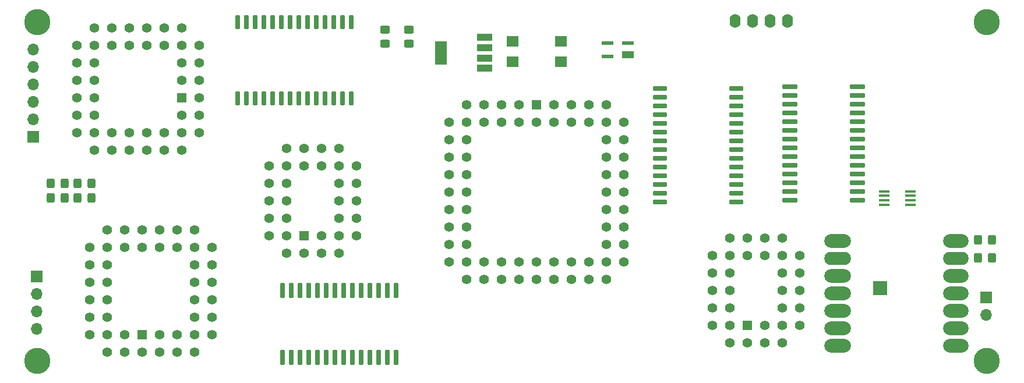
<source format=gts>
G04 #@! TF.GenerationSoftware,KiCad,Pcbnew,(7.0.0)*
G04 #@! TF.CreationDate,2023-02-28T23:09:26-06:00*
G04 #@! TF.ProjectId,MCD,4d43442e-6b69-4636-9164-5f7063625858,rev?*
G04 #@! TF.SameCoordinates,Original*
G04 #@! TF.FileFunction,Soldermask,Top*
G04 #@! TF.FilePolarity,Negative*
%FSLAX46Y46*%
G04 Gerber Fmt 4.6, Leading zero omitted, Abs format (unit mm)*
G04 Created by KiCad (PCBNEW (7.0.0)) date 2023-02-28 23:09:26*
%MOMM*%
%LPD*%
G01*
G04 APERTURE LIST*
G04 Aperture macros list*
%AMRoundRect*
0 Rectangle with rounded corners*
0 $1 Rounding radius*
0 $2 $3 $4 $5 $6 $7 $8 $9 X,Y pos of 4 corners*
0 Add a 4 corners polygon primitive as box body*
4,1,4,$2,$3,$4,$5,$6,$7,$8,$9,$2,$3,0*
0 Add four circle primitives for the rounded corners*
1,1,$1+$1,$2,$3*
1,1,$1+$1,$4,$5*
1,1,$1+$1,$6,$7*
1,1,$1+$1,$8,$9*
0 Add four rect primitives between the rounded corners*
20,1,$1+$1,$2,$3,$4,$5,0*
20,1,$1+$1,$4,$5,$6,$7,0*
20,1,$1+$1,$6,$7,$8,$9,0*
20,1,$1+$1,$8,$9,$2,$3,0*%
G04 Aperture macros list end*
%ADD10R,1.422400X1.422400*%
%ADD11C,1.422400*%
%ADD12RoundRect,0.250000X-0.325000X-0.450000X0.325000X-0.450000X0.325000X0.450000X-0.325000X0.450000X0*%
%ADD13C,3.800000*%
%ADD14R,2.000000X2.000000*%
%ADD15RoundRect,0.250000X0.325000X0.450000X-0.325000X0.450000X-0.325000X-0.450000X0.325000X-0.450000X0*%
%ADD16R,1.700000X1.700000*%
%ADD17O,1.700000X1.700000*%
%ADD18R,1.800000X1.500000*%
%ADD19RoundRect,0.150000X0.150000X-0.907500X0.150000X0.907500X-0.150000X0.907500X-0.150000X-0.907500X0*%
%ADD20RoundRect,0.156250X0.156250X-0.901250X0.156250X0.901250X-0.156250X0.901250X-0.156250X-0.901250X0*%
%ADD21R,1.600000X0.400000*%
%ADD22RoundRect,0.150000X0.150000X-0.975000X0.150000X0.975000X-0.150000X0.975000X-0.150000X-0.975000X0*%
%ADD23RoundRect,0.156250X0.156250X-0.968750X0.156250X0.968750X-0.156250X0.968750X-0.156250X-0.968750X0*%
%ADD24RoundRect,0.151250X0.151250X-0.973750X0.151250X0.973750X-0.151250X0.973750X-0.151250X-0.973750X0*%
%ADD25RoundRect,0.250000X0.450000X-0.325000X0.450000X0.325000X-0.450000X0.325000X-0.450000X-0.325000X0*%
%ADD26R,2.200000X1.000000*%
%ADD27R,1.800000X3.400000*%
%ADD28RoundRect,0.150000X-0.907500X-0.150000X0.907500X-0.150000X0.907500X0.150000X-0.907500X0.150000X0*%
%ADD29RoundRect,0.156250X-0.901250X-0.156250X0.901250X-0.156250X0.901250X0.156250X-0.901250X0.156250X0*%
%ADD30R,1.700000X1.000000*%
%ADD31R,1.700000X0.600000*%
%ADD32RoundRect,0.150000X-0.975000X-0.150000X0.975000X-0.150000X0.975000X0.150000X-0.975000X0.150000X0*%
%ADD33RoundRect,0.156250X-0.968750X-0.156250X0.968750X-0.156250X0.968750X0.156250X-0.968750X0.156250X0*%
%ADD34RoundRect,0.151250X-0.973750X-0.151250X0.973750X-0.151250X0.973750X0.151250X-0.973750X0.151250X0*%
%ADD35O,1.600000X2.000000*%
%ADD36RoundRect,1.000000X0.855000X0.000000X-0.855000X0.000000X-0.855000X0.000000X0.855000X0.000000X0*%
%ADD37RoundRect,0.960000X0.895000X0.000000X-0.895000X0.000000X-0.895000X0.000000X0.895000X0.000000X0*%
%ADD38RoundRect,1.000000X0.937500X0.000000X-0.937500X0.000000X-0.937500X0.000000X0.937500X0.000000X0*%
%ADD39RoundRect,0.960000X0.977500X0.000000X-0.977500X0.000000X-0.977500X0.000000X0.977500X0.000000X0*%
%ADD40RoundRect,0.980000X0.957500X0.000000X-0.957500X0.000000X-0.957500X0.000000X0.957500X0.000000X0*%
G04 APERTURE END LIST*
D10*
X185119999Y-128259999D03*
D11*
X187660000Y-130800000D03*
X187660000Y-128260000D03*
X190200000Y-130800000D03*
X192740000Y-128260000D03*
X190200000Y-128260000D03*
X192740000Y-125720000D03*
X190200000Y-125720000D03*
X192740000Y-123180000D03*
X190200000Y-123180000D03*
X192740000Y-120640000D03*
X190200000Y-120640000D03*
X192740000Y-118100000D03*
X190200000Y-115560000D03*
X190200000Y-118100000D03*
X187660000Y-115560000D03*
X187660000Y-118100000D03*
X185120000Y-115560000D03*
X185120000Y-118100000D03*
X182580000Y-115560000D03*
X180040000Y-118100000D03*
X182580000Y-118100000D03*
X180040000Y-120640000D03*
X182580000Y-120640000D03*
X180040000Y-123180000D03*
X182580000Y-123180000D03*
X180040000Y-125720000D03*
X182580000Y-125720000D03*
X180040000Y-128260000D03*
X182580000Y-130800000D03*
X182580000Y-128260000D03*
X185120000Y-130800000D03*
D12*
X218600000Y-115800000D03*
X220650000Y-115800000D03*
D13*
X81900000Y-84100000D03*
X219900000Y-84100000D03*
D14*
X204399999Y-122799999D03*
D11*
X157000000Y-98680000D03*
X157000000Y-96140000D03*
X159540000Y-98680000D03*
X159540000Y-96140000D03*
X162080000Y-98680000D03*
X162080000Y-96140000D03*
X164620000Y-98680000D03*
X164620000Y-96140000D03*
X167160000Y-98680000D03*
X164620000Y-101220000D03*
X167160000Y-101220000D03*
X164620000Y-103760000D03*
X167160000Y-103760000D03*
X164620000Y-106300000D03*
X167160000Y-106300000D03*
X164620000Y-108840000D03*
X167160000Y-108840000D03*
X164620000Y-111380000D03*
X167160000Y-111380000D03*
X164620000Y-113920000D03*
X167160000Y-113920000D03*
X164620000Y-116460000D03*
X167160000Y-116460000D03*
X164620000Y-119000000D03*
X167160000Y-119000000D03*
X164620000Y-121540000D03*
X162080000Y-119000000D03*
X162080000Y-121540000D03*
X159540000Y-119000000D03*
X159540000Y-121540000D03*
X157000000Y-119000000D03*
X157000000Y-121540000D03*
X154460000Y-119000000D03*
X154460000Y-121540000D03*
X151920000Y-119000000D03*
X151920000Y-121540000D03*
X149380000Y-119000000D03*
X149380000Y-121540000D03*
X146840000Y-119000000D03*
X146840000Y-121540000D03*
X144300000Y-119000000D03*
X144300000Y-121540000D03*
X141760000Y-119000000D03*
X144300000Y-116460000D03*
X141760000Y-116460000D03*
X144300000Y-113920000D03*
X141760000Y-113920000D03*
X144300000Y-111380000D03*
X141760000Y-111380000D03*
X144300000Y-108840000D03*
X141760000Y-108840000D03*
X144300000Y-106300000D03*
X141760000Y-106300000D03*
X144300000Y-103760000D03*
X141760000Y-103760000D03*
X144300000Y-101220000D03*
X141760000Y-101220000D03*
X144300000Y-98680000D03*
X141760000Y-98680000D03*
X144300000Y-96140000D03*
X146840000Y-98680000D03*
X146840000Y-96140000D03*
X149380000Y-98680000D03*
X149380000Y-96140000D03*
X151920000Y-98680000D03*
X151920000Y-96140000D03*
X154460000Y-98680000D03*
D10*
X154459999Y-96139999D03*
D15*
X87700000Y-109700000D03*
X89750000Y-109700000D03*
D16*
X219799999Y-124199999D03*
D17*
X219799999Y-126739999D03*
D18*
X157999999Y-89899999D03*
X150999999Y-89899999D03*
X157999999Y-86899999D03*
X150999999Y-86899999D03*
D19*
X110958000Y-95256000D03*
X112228000Y-95256000D03*
X113498000Y-95256000D03*
X114768000Y-95256000D03*
X116038000Y-95256000D03*
X117308000Y-95256000D03*
X118578000Y-95256000D03*
X119848000Y-95256000D03*
X121118000Y-95256000D03*
D20*
X122400500Y-95256000D03*
D19*
X123658000Y-95256000D03*
X124928000Y-95256000D03*
X126198000Y-95256000D03*
X127468000Y-95256000D03*
X127468000Y-84141000D03*
X126198000Y-84141000D03*
X124928000Y-84141000D03*
X123658000Y-84141000D03*
D20*
X122400500Y-84141000D03*
D19*
X121118000Y-84141000D03*
X119848000Y-84141000D03*
X118578000Y-84141000D03*
X117308000Y-84141000D03*
X116038000Y-84141000D03*
X114768000Y-84141000D03*
X113498000Y-84141000D03*
X112228000Y-84141000D03*
X110958000Y-84141000D03*
D16*
X81249999Y-100829999D03*
D17*
X81249999Y-98289999D03*
X81249999Y-95749999D03*
X81249999Y-93209999D03*
X81249999Y-90669999D03*
X81249999Y-88129999D03*
D21*
X204999999Y-108749999D03*
X204999999Y-109399999D03*
X204999999Y-110049999D03*
X204999999Y-110699999D03*
X208799999Y-110699999D03*
X208799999Y-110049999D03*
X208799999Y-109399999D03*
X208799999Y-108749999D03*
D22*
X117482020Y-132900000D03*
X118752020Y-132900000D03*
X120022020Y-132900000D03*
X121292020Y-132900000D03*
X122562020Y-132900000D03*
X123832020Y-132900000D03*
X125102020Y-132900000D03*
X126372020Y-132900000D03*
X127642020Y-132900000D03*
D23*
X128924520Y-132900000D03*
D24*
X130184520Y-132900000D03*
D22*
X131452020Y-132900000D03*
X132722020Y-132900000D03*
X133992020Y-132900000D03*
X133992020Y-123150000D03*
X132722020Y-123150000D03*
X131452020Y-123150000D03*
D24*
X130184520Y-123150000D03*
D23*
X128924520Y-123150000D03*
D22*
X127642020Y-123150000D03*
X126372020Y-123150000D03*
X125102020Y-123150000D03*
X123832020Y-123150000D03*
X122562020Y-123150000D03*
X121292020Y-123150000D03*
X120022020Y-123150000D03*
X118752020Y-123150000D03*
X117482020Y-123150000D03*
D25*
X135900000Y-87250000D03*
X135900000Y-85200000D03*
D16*
X81749999Y-121169999D03*
D17*
X81749999Y-123709999D03*
X81749999Y-126249999D03*
X81749999Y-128789999D03*
D13*
X219900000Y-133400000D03*
D25*
X132400000Y-87250000D03*
X132400000Y-85200000D03*
D26*
X146862499Y-90849999D03*
X146862499Y-89349999D03*
X146862499Y-87849999D03*
X146862499Y-86349999D03*
D27*
X140562499Y-88599999D03*
D28*
X172385000Y-93760000D03*
X172385000Y-95030000D03*
X172385000Y-96300000D03*
X172385000Y-97570000D03*
X172385000Y-98840000D03*
X172385000Y-100110000D03*
X172385000Y-101380000D03*
X172385000Y-102650000D03*
X172385000Y-103920000D03*
D29*
X172385000Y-105202500D03*
D28*
X172385000Y-106460000D03*
X172385000Y-107730000D03*
X172385000Y-109000000D03*
X172385000Y-110270000D03*
X183500000Y-110270000D03*
X183500000Y-109000000D03*
X183500000Y-107730000D03*
X183500000Y-106460000D03*
D29*
X183500000Y-105202500D03*
D28*
X183500000Y-103920000D03*
X183500000Y-102650000D03*
X183500000Y-101380000D03*
X183500000Y-100110000D03*
X183500000Y-98840000D03*
X183500000Y-97570000D03*
X183500000Y-96300000D03*
X183500000Y-95030000D03*
X183500000Y-93760000D03*
D12*
X83800000Y-109700000D03*
X85850000Y-109700000D03*
D10*
X102869999Y-95169999D03*
D11*
X105410000Y-92630000D03*
X102870000Y-92630000D03*
X105410000Y-90090000D03*
X102870000Y-90090000D03*
X105410000Y-87550000D03*
X102870000Y-85010000D03*
X102870000Y-87550000D03*
X100330000Y-85010000D03*
X100330000Y-87550000D03*
X97790000Y-85010000D03*
X97790000Y-87550000D03*
X95250000Y-85010000D03*
X95250000Y-87550000D03*
X92710000Y-85010000D03*
X92710000Y-87550000D03*
X90170000Y-85010000D03*
X87630000Y-87550000D03*
X90170000Y-87550000D03*
X87630000Y-90090000D03*
X90170000Y-90090000D03*
X87630000Y-92630000D03*
X90170000Y-92630000D03*
X87630000Y-95170000D03*
X90170000Y-95170000D03*
X87630000Y-97710000D03*
X90170000Y-97710000D03*
X87630000Y-100250000D03*
X90170000Y-102790000D03*
X90170000Y-100250000D03*
X92710000Y-102790000D03*
X92710000Y-100250000D03*
X95250000Y-102790000D03*
X95250000Y-100250000D03*
X97790000Y-102790000D03*
X97790000Y-100250000D03*
X100330000Y-102790000D03*
X100330000Y-100250000D03*
X102870000Y-102790000D03*
X105410000Y-100250000D03*
X102870000Y-100250000D03*
X105410000Y-97710000D03*
X102870000Y-97710000D03*
X105410000Y-95170000D03*
D30*
X167724999Y-88914999D03*
D31*
X167724999Y-87214999D03*
X164724999Y-87214999D03*
X164724999Y-89114999D03*
D32*
X191300000Y-93550000D03*
X191300000Y-94820000D03*
X191300000Y-96090000D03*
X191300000Y-97360000D03*
X191300000Y-98630000D03*
X191300000Y-99900000D03*
X191300000Y-101170000D03*
X191300000Y-102440000D03*
X191300000Y-103710000D03*
D33*
X191300000Y-104992500D03*
D34*
X191300000Y-106252500D03*
D32*
X191300000Y-107520000D03*
X191300000Y-108790000D03*
X191300000Y-110060000D03*
X201050000Y-110060000D03*
X201050000Y-108790000D03*
X201050000Y-107520000D03*
D34*
X201050000Y-106252500D03*
D33*
X201050000Y-104992500D03*
D32*
X201050000Y-103710000D03*
X201050000Y-102440000D03*
X201050000Y-101170000D03*
X201050000Y-99900000D03*
X201050000Y-98630000D03*
X201050000Y-97360000D03*
X201050000Y-96090000D03*
X201050000Y-94820000D03*
X201050000Y-93550000D03*
D12*
X83800000Y-107600000D03*
X85850000Y-107600000D03*
D10*
X120669999Y-115209999D03*
D11*
X123210000Y-117750000D03*
X123210000Y-115210000D03*
X125750000Y-117750000D03*
X128290000Y-115210000D03*
X125750000Y-115210000D03*
X128290000Y-112670000D03*
X125750000Y-112670000D03*
X128290000Y-110130000D03*
X125750000Y-110130000D03*
X128290000Y-107590000D03*
X125750000Y-107590000D03*
X128290000Y-105050000D03*
X125750000Y-102510000D03*
X125750000Y-105050000D03*
X123210000Y-102510000D03*
X123210000Y-105050000D03*
X120670000Y-102510000D03*
X120670000Y-105050000D03*
X118130000Y-102510000D03*
X115590000Y-105050000D03*
X118130000Y-105050000D03*
X115590000Y-107590000D03*
X118130000Y-107590000D03*
X115590000Y-110130000D03*
X118130000Y-110130000D03*
X115590000Y-112670000D03*
X118130000Y-112670000D03*
X115590000Y-115210000D03*
X118130000Y-117750000D03*
X118130000Y-115210000D03*
X120670000Y-117750000D03*
D12*
X218600000Y-118400000D03*
X220650000Y-118400000D03*
D35*
X190939999Y-83999999D03*
X188399999Y-83999999D03*
X185859999Y-83999999D03*
X183319999Y-83999999D03*
D15*
X87700000Y-107600000D03*
X89750000Y-107600000D03*
D13*
X81900000Y-133400000D03*
D36*
X215400000Y-131200000D03*
X215400000Y-128660000D03*
X215400000Y-126120000D03*
X215400000Y-123580000D03*
X215400000Y-121040000D03*
D37*
X215400000Y-118540000D03*
D36*
X215400000Y-115960000D03*
D38*
X198192500Y-115960000D03*
D39*
X198192500Y-118540000D03*
D40*
X198192500Y-121060000D03*
D38*
X198192500Y-123580000D03*
X198192500Y-126120000D03*
X198192500Y-128660000D03*
X198192500Y-131200000D03*
D10*
X97079999Y-129579999D03*
D11*
X99620000Y-132120000D03*
X99620000Y-129580000D03*
X102160000Y-132120000D03*
X102160000Y-129580000D03*
X104700000Y-132120000D03*
X107240000Y-129580000D03*
X104700000Y-129580000D03*
X107240000Y-127040000D03*
X104700000Y-127040000D03*
X107240000Y-124500000D03*
X104700000Y-124500000D03*
X107240000Y-121960000D03*
X104700000Y-121960000D03*
X107240000Y-119420000D03*
X104700000Y-119420000D03*
X107240000Y-116880000D03*
X104700000Y-114340000D03*
X104700000Y-116880000D03*
X102160000Y-114340000D03*
X102160000Y-116880000D03*
X99620000Y-114340000D03*
X99620000Y-116880000D03*
X97080000Y-114340000D03*
X97080000Y-116880000D03*
X94540000Y-114340000D03*
X94540000Y-116880000D03*
X92000000Y-114340000D03*
X89460000Y-116880000D03*
X92000000Y-116880000D03*
X89460000Y-119420000D03*
X92000000Y-119420000D03*
X89460000Y-121960000D03*
X92000000Y-121960000D03*
X89460000Y-124500000D03*
X92000000Y-124500000D03*
X89460000Y-127040000D03*
X92000000Y-127040000D03*
X89460000Y-129580000D03*
X92000000Y-132120000D03*
X92000000Y-129580000D03*
X94540000Y-132120000D03*
X94540000Y-129580000D03*
X97080000Y-132120000D03*
M02*

</source>
